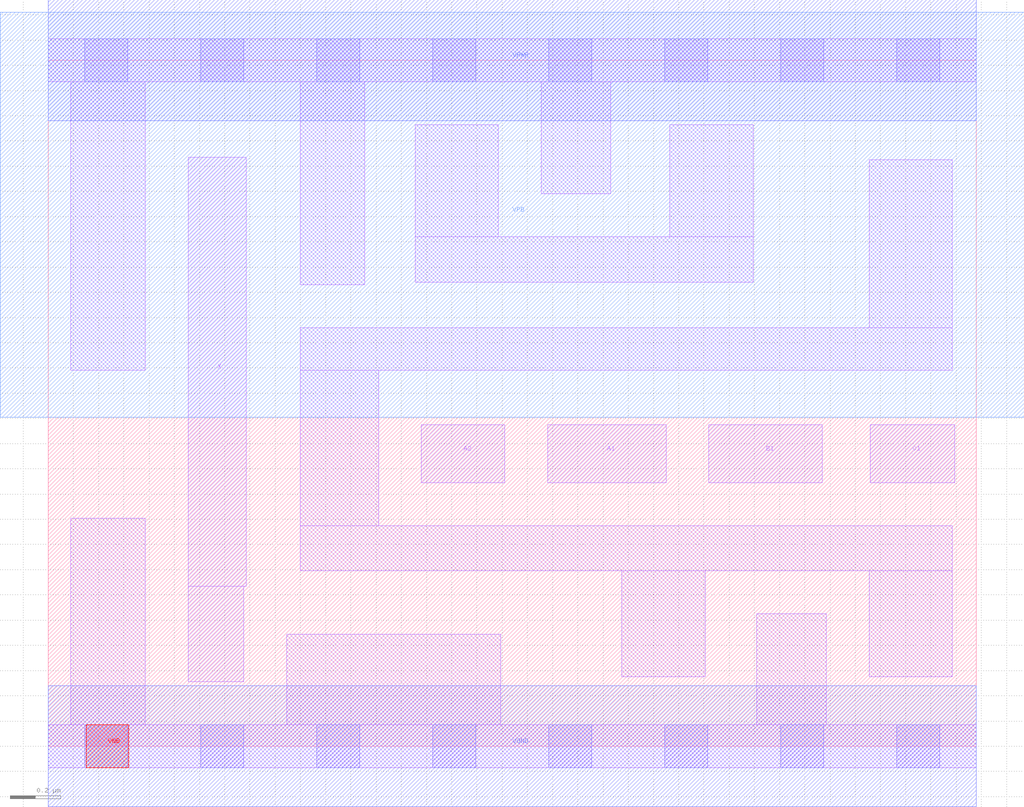
<source format=lef>
# Copyright 2020 The SkyWater PDK Authors
#
# Licensed under the Apache License, Version 2.0 (the "License");
# you may not use this file except in compliance with the License.
# You may obtain a copy of the License at
#
#     https://www.apache.org/licenses/LICENSE-2.0
#
# Unless required by applicable law or agreed to in writing, software
# distributed under the License is distributed on an "AS IS" BASIS,
# WITHOUT WARRANTIES OR CONDITIONS OF ANY KIND, either express or implied.
# See the License for the specific language governing permissions and
# limitations under the License.
#
# SPDX-License-Identifier: Apache-2.0

VERSION 5.7 ;
  NOWIREEXTENSIONATPIN ON ;
  DIVIDERCHAR "/" ;
  BUSBITCHARS "[]" ;
MACRO sky130_fd_sc_hd__a211o_2
  CLASS CORE ;
  FOREIGN sky130_fd_sc_hd__a211o_2 ;
  ORIGIN  0.000000  0.000000 ;
  SIZE  3.680000 BY  2.720000 ;
  SYMMETRY X Y R90 ;
  SITE unithd ;
  PIN A1
    ANTENNAGATEAREA  0.247500 ;
    DIRECTION INPUT ;
    USE SIGNAL ;
    PORT
      LAYER li1 ;
        RECT 1.980000 1.045000 2.450000 1.275000 ;
    END
  END A1
  PIN A2
    ANTENNAGATEAREA  0.247500 ;
    DIRECTION INPUT ;
    USE SIGNAL ;
    PORT
      LAYER li1 ;
        RECT 1.480000 1.045000 1.810000 1.275000 ;
    END
  END A2
  PIN B1
    ANTENNAGATEAREA  0.247500 ;
    DIRECTION INPUT ;
    USE SIGNAL ;
    PORT
      LAYER li1 ;
        RECT 2.620000 1.045000 3.070000 1.275000 ;
    END
  END B1
  PIN C1
    ANTENNAGATEAREA  0.247500 ;
    DIRECTION INPUT ;
    USE SIGNAL ;
    PORT
      LAYER li1 ;
        RECT 3.260000 1.045000 3.595000 1.275000 ;
    END
  END C1
  PIN VNB
    PORT
      LAYER pwell ;
        RECT 0.150000 -0.085000 0.320000 0.085000 ;
    END
  END VNB
  PIN VPB
    PORT
      LAYER nwell ;
        RECT -0.190000 1.305000 3.870000 2.910000 ;
    END
  END VPB
  PIN X
    ANTENNADIFFAREA  0.452000 ;
    DIRECTION OUTPUT ;
    USE SIGNAL ;
    PORT
      LAYER li1 ;
        RECT 0.555000 0.255000 0.775000 0.635000 ;
        RECT 0.555000 0.635000 0.785000 2.335000 ;
    END
  END X
  PIN VGND
    DIRECTION INOUT ;
    SHAPE ABUTMENT ;
    USE GROUND ;
    PORT
      LAYER met1 ;
        RECT 0.000000 -0.240000 3.680000 0.240000 ;
    END
  END VGND
  PIN VPWR
    DIRECTION INOUT ;
    SHAPE ABUTMENT ;
    USE POWER ;
    PORT
      LAYER met1 ;
        RECT 0.000000 2.480000 3.680000 2.960000 ;
    END
  END VPWR
  OBS
    LAYER li1 ;
      RECT 0.000000 -0.085000 3.680000 0.085000 ;
      RECT 0.000000  2.635000 3.680000 2.805000 ;
      RECT 0.090000  0.085000 0.385000 0.905000 ;
      RECT 0.090000  1.490000 0.385000 2.635000 ;
      RECT 0.945000  0.085000 1.795000 0.445000 ;
      RECT 1.000000  0.695000 3.585000 0.875000 ;
      RECT 1.000000  0.875000 1.310000 1.490000 ;
      RECT 1.000000  1.490000 3.585000 1.660000 ;
      RECT 1.000000  1.830000 1.255000 2.635000 ;
      RECT 1.455000  1.840000 2.795000 2.020000 ;
      RECT 1.455000  2.020000 1.785000 2.465000 ;
      RECT 1.955000  2.190000 2.230000 2.635000 ;
      RECT 2.275000  0.275000 2.605000 0.695000 ;
      RECT 2.465000  2.020000 2.795000 2.465000 ;
      RECT 2.810000  0.085000 3.085000 0.525000 ;
      RECT 3.255000  0.275000 3.585000 0.695000 ;
      RECT 3.255000  1.660000 3.585000 2.325000 ;
    LAYER mcon ;
      RECT 0.145000 -0.085000 0.315000 0.085000 ;
      RECT 0.145000  2.635000 0.315000 2.805000 ;
      RECT 0.605000 -0.085000 0.775000 0.085000 ;
      RECT 0.605000  2.635000 0.775000 2.805000 ;
      RECT 1.065000 -0.085000 1.235000 0.085000 ;
      RECT 1.065000  2.635000 1.235000 2.805000 ;
      RECT 1.525000 -0.085000 1.695000 0.085000 ;
      RECT 1.525000  2.635000 1.695000 2.805000 ;
      RECT 1.985000 -0.085000 2.155000 0.085000 ;
      RECT 1.985000  2.635000 2.155000 2.805000 ;
      RECT 2.445000 -0.085000 2.615000 0.085000 ;
      RECT 2.445000  2.635000 2.615000 2.805000 ;
      RECT 2.905000 -0.085000 3.075000 0.085000 ;
      RECT 2.905000  2.635000 3.075000 2.805000 ;
      RECT 3.365000 -0.085000 3.535000 0.085000 ;
      RECT 3.365000  2.635000 3.535000 2.805000 ;
  END
END sky130_fd_sc_hd__a211o_2
END LIBRARY

</source>
